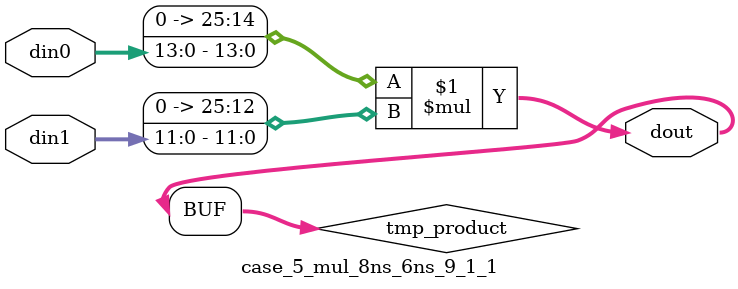
<source format=v>

`timescale 1 ns / 1 ps

 (* use_dsp = "no" *)  module case_5_mul_8ns_6ns_9_1_1(din0, din1, dout);
parameter ID = 1;
parameter NUM_STAGE = 0;
parameter din0_WIDTH = 14;
parameter din1_WIDTH = 12;
parameter dout_WIDTH = 26;

input [din0_WIDTH - 1 : 0] din0; 
input [din1_WIDTH - 1 : 0] din1; 
output [dout_WIDTH - 1 : 0] dout;

wire signed [dout_WIDTH - 1 : 0] tmp_product;
























assign tmp_product = $signed({1'b0, din0}) * $signed({1'b0, din1});











assign dout = tmp_product;





















endmodule

</source>
